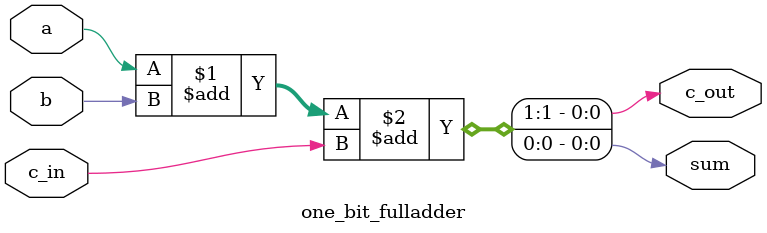
<source format=v>
module one_bit_fulladder(sum,c_out,a,b,c_in);
parameter bit_num=1;
	input [bit_num-1:0]a;
	input [bit_num-1:0]b;
	input c_in;
	output [bit_num-1:0]sum;
	output c_out;
		assign {c_out,sum}=a+b+c_in;
endmodule

</source>
